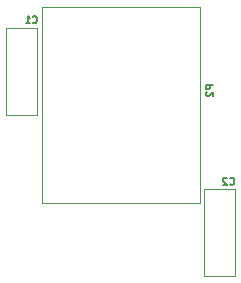
<source format=gbo>
%TF.GenerationSoftware,KiCad,Pcbnew,4.0.4-1.fc24-product*%
%TF.CreationDate,2018-03-01T10:39:20+11:00*%
%TF.ProjectId,MID_STACK,4D49445F535441434B2E6B696361645F,rev?*%
%TF.FileFunction,Legend,Bot*%
%FSLAX46Y46*%
G04 Gerber Fmt 4.6, Leading zero omitted, Abs format (unit mm)*
G04 Created by KiCad (PCBNEW 4.0.4-1.fc24-product) date Thu Mar  1 10:39:20 2018*
%MOMM*%
%LPD*%
G01*
G04 APERTURE LIST*
%ADD10C,0.100000*%
%ADD11C,0.120000*%
%ADD12C,0.150000*%
G04 APERTURE END LIST*
D10*
D11*
X181750000Y-110760000D02*
X181750000Y-94140000D01*
X168440000Y-110760000D02*
X168440000Y-94140000D01*
X181750000Y-110760000D02*
X168440000Y-110760000D01*
X181750000Y-94140000D02*
X168440000Y-94140000D01*
X165390000Y-95940000D02*
X165390000Y-103260000D01*
X168010000Y-95940000D02*
X168010000Y-103260000D01*
X165390000Y-95940000D02*
X168010000Y-95940000D01*
X165390000Y-103260000D02*
X168010000Y-103260000D01*
X184710000Y-116860000D02*
X184710000Y-109540000D01*
X182090000Y-116860000D02*
X182090000Y-109540000D01*
X184710000Y-116860000D02*
X182090000Y-116860000D01*
X184710000Y-109540000D02*
X182090000Y-109540000D01*
D12*
X182871429Y-100757143D02*
X182271429Y-100757143D01*
X182271429Y-100985715D01*
X182300000Y-101042857D01*
X182328571Y-101071429D01*
X182385714Y-101100000D01*
X182471429Y-101100000D01*
X182528571Y-101071429D01*
X182557143Y-101042857D01*
X182585714Y-100985715D01*
X182585714Y-100757143D01*
X182328571Y-101328572D02*
X182300000Y-101357143D01*
X182271429Y-101414286D01*
X182271429Y-101557143D01*
X182300000Y-101614286D01*
X182328571Y-101642857D01*
X182385714Y-101671429D01*
X182442857Y-101671429D01*
X182528571Y-101642857D01*
X182871429Y-101300000D01*
X182871429Y-101671429D01*
X167600000Y-95414286D02*
X167628571Y-95442857D01*
X167714285Y-95471429D01*
X167771428Y-95471429D01*
X167857143Y-95442857D01*
X167914285Y-95385714D01*
X167942857Y-95328571D01*
X167971428Y-95214286D01*
X167971428Y-95128571D01*
X167942857Y-95014286D01*
X167914285Y-94957143D01*
X167857143Y-94900000D01*
X167771428Y-94871429D01*
X167714285Y-94871429D01*
X167628571Y-94900000D01*
X167600000Y-94928571D01*
X167028571Y-95471429D02*
X167371428Y-95471429D01*
X167200000Y-95471429D02*
X167200000Y-94871429D01*
X167257143Y-94957143D01*
X167314285Y-95014286D01*
X167371428Y-95042857D01*
X184300000Y-109114286D02*
X184328571Y-109142857D01*
X184414285Y-109171429D01*
X184471428Y-109171429D01*
X184557143Y-109142857D01*
X184614285Y-109085714D01*
X184642857Y-109028571D01*
X184671428Y-108914286D01*
X184671428Y-108828571D01*
X184642857Y-108714286D01*
X184614285Y-108657143D01*
X184557143Y-108600000D01*
X184471428Y-108571429D01*
X184414285Y-108571429D01*
X184328571Y-108600000D01*
X184300000Y-108628571D01*
X184071428Y-108628571D02*
X184042857Y-108600000D01*
X183985714Y-108571429D01*
X183842857Y-108571429D01*
X183785714Y-108600000D01*
X183757143Y-108628571D01*
X183728571Y-108685714D01*
X183728571Y-108742857D01*
X183757143Y-108828571D01*
X184100000Y-109171429D01*
X183728571Y-109171429D01*
M02*

</source>
